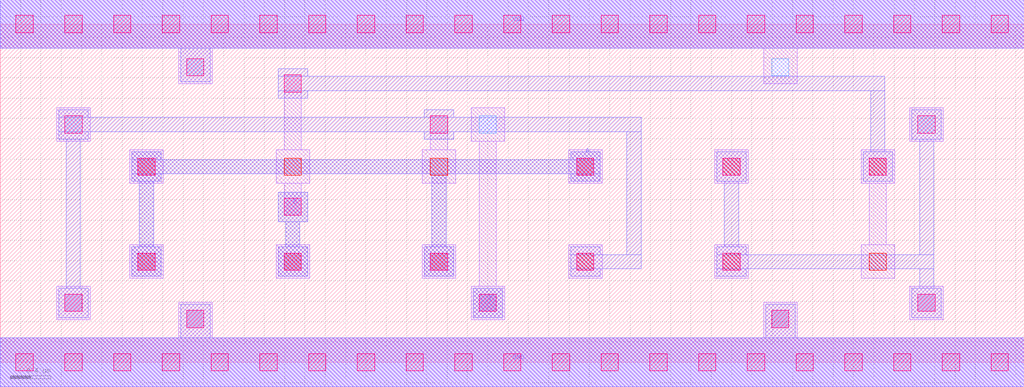
<source format=lef>
MACRO XOR2X1
 CLASS CORE ;
 FOREIGN XOR2X1 0 0 ;
 SIZE 10.08 BY 3.33 ;
 ORIGIN 0 0 ;
 SYMMETRY X Y R90 ;
 SITE unit ;
  PIN VDD
   DIRECTION INOUT ;
   USE POWER ;
   SHAPE ABUTMENT ;
    PORT
     CLASS CORE ;
       LAYER li1 ;
        RECT 0.00000000 3.09000000 10.08000000 3.57000000 ;
       LAYER met1 ;
        RECT 0.00000000 3.09000000 10.08000000 3.57000000 ;
    END
  END VDD

  PIN GND
   DIRECTION INOUT ;
   USE POWER ;
   SHAPE ABUTMENT ;
    PORT
     CLASS CORE ;
       LAYER li1 ;
        RECT 0.00000000 -0.24000000 10.08000000 0.24000000 ;
       LAYER met1 ;
        RECT 0.00000000 -0.24000000 10.08000000 0.24000000 ;
    END
  END GND

  PIN Y
   DIRECTION INOUT ;
   USE SIGNAL ;
   SHAPE ABUTMENT ;
    PORT
     CLASS CORE ;
       LAYER met1 ;
        RECT 4.65500000 0.44000000 4.94500000 0.73000000 ;
    END
  END Y

  PIN A
   DIRECTION INOUT ;
   USE SIGNAL ;
   SHAPE ABUTMENT ;
    PORT
     CLASS CORE ;
       LAYER met1 ;
        RECT 1.29500000 0.84500000 1.58500000 1.13500000 ;
        RECT 4.17500000 0.84500000 4.46500000 1.13500000 ;
        RECT 1.37000000 1.13500000 1.51000000 1.78000000 ;
        RECT 1.29500000 1.78000000 1.58500000 1.85500000 ;
        RECT 4.25000000 1.13500000 4.39000000 1.85500000 ;
        RECT 5.61500000 1.78000000 5.90500000 1.85500000 ;
        RECT 1.29500000 1.85500000 5.90500000 1.99500000 ;
        RECT 1.29500000 1.99500000 1.58500000 2.07000000 ;
        RECT 5.61500000 1.99500000 5.90500000 2.07000000 ;
    END
  END A

  PIN B
   DIRECTION INOUT ;
   USE SIGNAL ;
   SHAPE ABUTMENT ;
    PORT
     CLASS CORE ;
       LAYER met1 ;
        RECT 2.73500000 0.84500000 3.02500000 1.13500000 ;
        RECT 2.81000000 1.13500000 2.95000000 1.38500000 ;
        RECT 2.73500000 1.38500000 3.02500000 1.67500000 ;
    END
  END B

 OBS
    LAYER polycont ;
     RECT 1.35500000 0.90500000 1.52500000 1.07500000 ;
     RECT 2.79500000 0.90500000 2.96500000 1.07500000 ;
     RECT 4.23500000 0.90500000 4.40500000 1.07500000 ;
     RECT 5.67500000 0.90500000 5.84500000 1.07500000 ;
     RECT 7.11500000 0.90500000 7.28500000 1.07500000 ;
     RECT 8.55500000 0.90500000 8.72500000 1.07500000 ;
     RECT 1.35500000 1.84000000 1.52500000 2.01000000 ;
     RECT 2.79500000 1.84000000 2.96500000 2.01000000 ;
     RECT 4.23500000 1.84000000 4.40500000 2.01000000 ;
     RECT 5.67500000 1.84000000 5.84500000 2.01000000 ;
     RECT 7.11500000 1.84000000 7.28500000 2.01000000 ;
     RECT 8.55500000 1.84000000 8.72500000 2.01000000 ;

    LAYER pdiffc ;
     RECT 0.63500000 2.25500000 0.80500000 2.42500000 ;
     RECT 4.71500000 2.25500000 4.88500000 2.42500000 ;
     RECT 9.03500000 2.25500000 9.20500000 2.42500000 ;
     RECT 1.83500000 2.82000000 2.00500000 2.99000000 ;
     RECT 7.59500000 2.82000000 7.76500000 2.99000000 ;

    LAYER ndiffc ;
     RECT 1.83500000 0.34000000 2.00500000 0.51000000 ;
     RECT 7.59500000 0.34000000 7.76500000 0.51000000 ;
     RECT 0.63500000 0.50000000 0.80500000 0.67000000 ;
     RECT 4.71500000 0.50000000 4.88500000 0.67000000 ;
     RECT 9.03500000 0.50000000 9.20500000 0.67000000 ;

    LAYER li1 ;
     RECT 0.00000000 -0.24000000 10.08000000 0.24000000 ;
     RECT 1.75500000 0.24000000 2.08500000 0.59000000 ;
     RECT 7.51500000 0.24000000 7.84500000 0.59000000 ;
     RECT 0.55500000 0.42000000 0.88500000 0.75000000 ;
     RECT 8.95500000 0.42000000 9.28500000 0.75000000 ;
     RECT 1.27500000 0.82500000 1.60500000 1.15500000 ;
     RECT 2.71500000 0.82500000 3.04500000 1.15500000 ;
     RECT 4.15500000 0.82500000 4.48500000 1.15500000 ;
     RECT 5.59500000 0.82500000 5.92500000 1.15500000 ;
     RECT 7.03500000 0.82500000 7.36500000 1.15500000 ;
     RECT 1.27500000 1.76000000 1.60500000 2.09000000 ;
     RECT 5.59500000 1.76000000 5.92500000 2.09000000 ;
     RECT 7.03500000 1.76000000 7.36500000 2.09000000 ;
     RECT 8.47500000 0.82500000 8.80500000 1.15500000 ;
     RECT 8.55500000 1.15500000 8.72500000 1.76000000 ;
     RECT 8.47500000 1.76000000 8.80500000 2.09000000 ;
     RECT 4.15500000 1.76000000 4.48500000 2.09000000 ;
     RECT 4.23500000 2.09000000 4.40500000 2.42500000 ;
     RECT 0.55500000 2.17500000 0.88500000 2.50500000 ;
     RECT 4.63500000 0.42000000 4.96500000 0.75000000 ;
     RECT 4.71500000 0.75000000 4.88500000 2.17500000 ;
     RECT 4.63500000 2.17500000 4.96500000 2.50500000 ;
     RECT 8.95500000 2.17500000 9.28500000 2.50500000 ;
     RECT 2.79500000 1.44500000 2.96500000 1.76000000 ;
     RECT 2.71500000 1.76000000 3.04500000 2.09000000 ;
     RECT 2.79500000 2.09000000 2.96500000 2.83000000 ;
     RECT 1.75500000 2.74000000 2.08500000 3.09000000 ;
     RECT 7.51500000 2.74000000 7.84500000 3.09000000 ;
     RECT 0.00000000 3.09000000 10.08000000 3.57000000 ;

    LAYER viali ;
     RECT 0.15500000 -0.08500000 0.32500000 0.08500000 ;
     RECT 0.63500000 -0.08500000 0.80500000 0.08500000 ;
     RECT 1.11500000 -0.08500000 1.28500000 0.08500000 ;
     RECT 1.59500000 -0.08500000 1.76500000 0.08500000 ;
     RECT 2.07500000 -0.08500000 2.24500000 0.08500000 ;
     RECT 2.55500000 -0.08500000 2.72500000 0.08500000 ;
     RECT 3.03500000 -0.08500000 3.20500000 0.08500000 ;
     RECT 3.51500000 -0.08500000 3.68500000 0.08500000 ;
     RECT 3.99500000 -0.08500000 4.16500000 0.08500000 ;
     RECT 4.47500000 -0.08500000 4.64500000 0.08500000 ;
     RECT 4.95500000 -0.08500000 5.12500000 0.08500000 ;
     RECT 5.43500000 -0.08500000 5.60500000 0.08500000 ;
     RECT 5.91500000 -0.08500000 6.08500000 0.08500000 ;
     RECT 6.39500000 -0.08500000 6.56500000 0.08500000 ;
     RECT 6.87500000 -0.08500000 7.04500000 0.08500000 ;
     RECT 7.35500000 -0.08500000 7.52500000 0.08500000 ;
     RECT 7.83500000 -0.08500000 8.00500000 0.08500000 ;
     RECT 8.31500000 -0.08500000 8.48500000 0.08500000 ;
     RECT 8.79500000 -0.08500000 8.96500000 0.08500000 ;
     RECT 9.27500000 -0.08500000 9.44500000 0.08500000 ;
     RECT 9.75500000 -0.08500000 9.92500000 0.08500000 ;
     RECT 1.83500000 0.34000000 2.00500000 0.51000000 ;
     RECT 7.59500000 0.34000000 7.76500000 0.51000000 ;
     RECT 0.63500000 0.50000000 0.80500000 0.67000000 ;
     RECT 4.71500000 0.50000000 4.88500000 0.67000000 ;
     RECT 9.03500000 0.50000000 9.20500000 0.67000000 ;
     RECT 1.35500000 0.90500000 1.52500000 1.07500000 ;
     RECT 2.79500000 0.90500000 2.96500000 1.07500000 ;
     RECT 4.23500000 0.90500000 4.40500000 1.07500000 ;
     RECT 5.67500000 0.90500000 5.84500000 1.07500000 ;
     RECT 7.11500000 0.90500000 7.28500000 1.07500000 ;
     RECT 2.79500000 1.44500000 2.96500000 1.61500000 ;
     RECT 1.35500000 1.84000000 1.52500000 2.01000000 ;
     RECT 5.67500000 1.84000000 5.84500000 2.01000000 ;
     RECT 7.11500000 1.84000000 7.28500000 2.01000000 ;
     RECT 8.55500000 1.84000000 8.72500000 2.01000000 ;
     RECT 0.63500000 2.25500000 0.80500000 2.42500000 ;
     RECT 4.23500000 2.25500000 4.40500000 2.42500000 ;
     RECT 9.03500000 2.25500000 9.20500000 2.42500000 ;
     RECT 2.79500000 2.66000000 2.96500000 2.83000000 ;
     RECT 1.83500000 2.82000000 2.00500000 2.99000000 ;
     RECT 0.15500000 3.24500000 0.32500000 3.41500000 ;
     RECT 0.63500000 3.24500000 0.80500000 3.41500000 ;
     RECT 1.11500000 3.24500000 1.28500000 3.41500000 ;
     RECT 1.59500000 3.24500000 1.76500000 3.41500000 ;
     RECT 2.07500000 3.24500000 2.24500000 3.41500000 ;
     RECT 2.55500000 3.24500000 2.72500000 3.41500000 ;
     RECT 3.03500000 3.24500000 3.20500000 3.41500000 ;
     RECT 3.51500000 3.24500000 3.68500000 3.41500000 ;
     RECT 3.99500000 3.24500000 4.16500000 3.41500000 ;
     RECT 4.47500000 3.24500000 4.64500000 3.41500000 ;
     RECT 4.95500000 3.24500000 5.12500000 3.41500000 ;
     RECT 5.43500000 3.24500000 5.60500000 3.41500000 ;
     RECT 5.91500000 3.24500000 6.08500000 3.41500000 ;
     RECT 6.39500000 3.24500000 6.56500000 3.41500000 ;
     RECT 6.87500000 3.24500000 7.04500000 3.41500000 ;
     RECT 7.35500000 3.24500000 7.52500000 3.41500000 ;
     RECT 7.83500000 3.24500000 8.00500000 3.41500000 ;
     RECT 8.31500000 3.24500000 8.48500000 3.41500000 ;
     RECT 8.79500000 3.24500000 8.96500000 3.41500000 ;
     RECT 9.27500000 3.24500000 9.44500000 3.41500000 ;
     RECT 9.75500000 3.24500000 9.92500000 3.41500000 ;

    LAYER met1 ;
     RECT 0.00000000 -0.24000000 10.08000000 0.24000000 ;
     RECT 1.77500000 0.24000000 2.06500000 0.57000000 ;
     RECT 7.53500000 0.24000000 7.82500000 0.57000000 ;
     RECT 4.65500000 0.44000000 4.94500000 0.73000000 ;
     RECT 2.73500000 0.84500000 3.02500000 1.13500000 ;
     RECT 2.81000000 1.13500000 2.95000000 1.38500000 ;
     RECT 2.73500000 1.38500000 3.02500000 1.67500000 ;
     RECT 1.29500000 0.84500000 1.58500000 1.13500000 ;
     RECT 4.17500000 0.84500000 4.46500000 1.13500000 ;
     RECT 1.37000000 1.13500000 1.51000000 1.78000000 ;
     RECT 1.29500000 1.78000000 1.58500000 1.85500000 ;
     RECT 4.25000000 1.13500000 4.39000000 1.85500000 ;
     RECT 5.61500000 1.78000000 5.90500000 1.85500000 ;
     RECT 1.29500000 1.85500000 5.90500000 1.99500000 ;
     RECT 1.29500000 1.99500000 1.58500000 2.07000000 ;
     RECT 5.61500000 1.99500000 5.90500000 2.07000000 ;
     RECT 0.57500000 0.44000000 0.86500000 0.73000000 ;
     RECT 5.61500000 0.84500000 5.90500000 0.92000000 ;
     RECT 5.61500000 0.92000000 6.31000000 1.06000000 ;
     RECT 5.61500000 1.06000000 5.90500000 1.13500000 ;
     RECT 0.65000000 0.73000000 0.79000000 2.19500000 ;
     RECT 0.57500000 2.19500000 0.86500000 2.27000000 ;
     RECT 4.17500000 2.19500000 4.46500000 2.27000000 ;
     RECT 6.17000000 1.06000000 6.31000000 2.27000000 ;
     RECT 0.57500000 2.27000000 6.31000000 2.41000000 ;
     RECT 0.57500000 2.41000000 0.86500000 2.48500000 ;
     RECT 4.17500000 2.41000000 4.46500000 2.48500000 ;
     RECT 8.97500000 0.44000000 9.26500000 0.73000000 ;
     RECT 7.05500000 0.84500000 7.34500000 0.92000000 ;
     RECT 9.05000000 0.73000000 9.19000000 0.92000000 ;
     RECT 7.05500000 0.92000000 9.19000000 1.06000000 ;
     RECT 7.05500000 1.06000000 7.34500000 1.13500000 ;
     RECT 7.13000000 1.13500000 7.27000000 1.78000000 ;
     RECT 7.05500000 1.78000000 7.34500000 2.07000000 ;
     RECT 9.05000000 1.06000000 9.19000000 2.19500000 ;
     RECT 8.97500000 2.19500000 9.26500000 2.48500000 ;
     RECT 8.49500000 1.78000000 8.78500000 2.07000000 ;
     RECT 2.73500000 2.60000000 3.02500000 2.67500000 ;
     RECT 8.57000000 2.07000000 8.71000000 2.67500000 ;
     RECT 2.73500000 2.67500000 8.71000000 2.81500000 ;
     RECT 2.73500000 2.81500000 3.02500000 2.89000000 ;
     RECT 1.77500000 2.76000000 2.06500000 3.09000000 ;
     RECT 0.00000000 3.09000000 10.08000000 3.57000000 ;

 END
END XOR2X1

</source>
